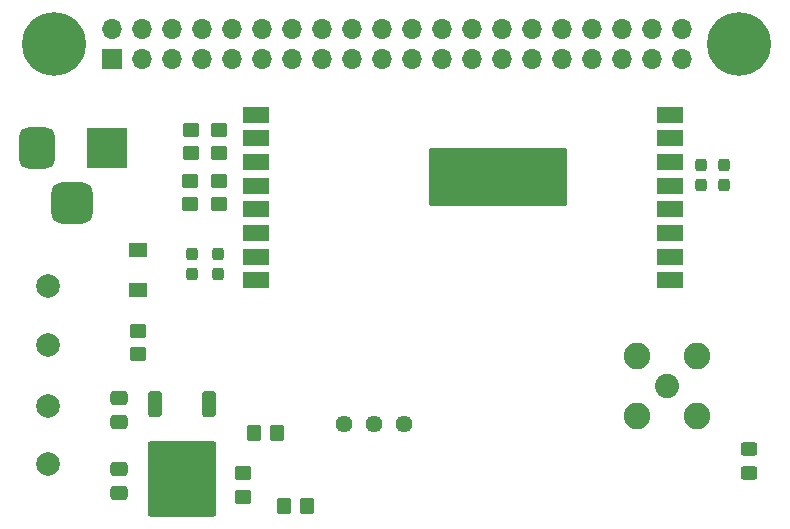
<source format=gbr>
G04 #@! TF.GenerationSoftware,KiCad,Pcbnew,7.0.9*
G04 #@! TF.CreationDate,2024-02-12T17:54:23+00:00*
G04 #@! TF.ProjectId,Radio HAT,52616469-6f20-4484-9154-2e6b69636164,v2*
G04 #@! TF.SameCoordinates,Original*
G04 #@! TF.FileFunction,Soldermask,Top*
G04 #@! TF.FilePolarity,Negative*
%FSLAX46Y46*%
G04 Gerber Fmt 4.6, Leading zero omitted, Abs format (unit mm)*
G04 Created by KiCad (PCBNEW 7.0.9) date 2024-02-12 17:54:23*
%MOMM*%
%LPD*%
G01*
G04 APERTURE LIST*
G04 Aperture macros list*
%AMRoundRect*
0 Rectangle with rounded corners*
0 $1 Rounding radius*
0 $2 $3 $4 $5 $6 $7 $8 $9 X,Y pos of 4 corners*
0 Add a 4 corners polygon primitive as box body*
4,1,4,$2,$3,$4,$5,$6,$7,$8,$9,$2,$3,0*
0 Add four circle primitives for the rounded corners*
1,1,$1+$1,$2,$3*
1,1,$1+$1,$4,$5*
1,1,$1+$1,$6,$7*
1,1,$1+$1,$8,$9*
0 Add four rect primitives between the rounded corners*
20,1,$1+$1,$2,$3,$4,$5,0*
20,1,$1+$1,$4,$5,$6,$7,0*
20,1,$1+$1,$6,$7,$8,$9,0*
20,1,$1+$1,$8,$9,$2,$3,0*%
G04 Aperture macros list end*
%ADD10RoundRect,0.250000X0.350000X0.450000X-0.350000X0.450000X-0.350000X-0.450000X0.350000X-0.450000X0*%
%ADD11RoundRect,0.250000X0.450000X-0.350000X0.450000X0.350000X-0.450000X0.350000X-0.450000X-0.350000X0*%
%ADD12C,2.000000*%
%ADD13C,1.440000*%
%ADD14RoundRect,0.250000X-0.475000X0.337500X-0.475000X-0.337500X0.475000X-0.337500X0.475000X0.337500X0*%
%ADD15RoundRect,0.237500X-0.237500X0.300000X-0.237500X-0.300000X0.237500X-0.300000X0.237500X0.300000X0*%
%ADD16RoundRect,0.237500X0.237500X-0.300000X0.237500X0.300000X-0.237500X0.300000X-0.237500X-0.300000X0*%
%ADD17RoundRect,0.250000X-0.450000X0.350000X-0.450000X-0.350000X0.450000X-0.350000X0.450000X0.350000X0*%
%ADD18C,2.050000*%
%ADD19C,2.250000*%
%ADD20RoundRect,0.250000X0.475000X-0.337500X0.475000X0.337500X-0.475000X0.337500X-0.475000X-0.337500X0*%
%ADD21C,0.800000*%
%ADD22C,5.400000*%
%ADD23R,1.700000X1.700000*%
%ADD24O,1.700000X1.700000*%
%ADD25RoundRect,0.250000X-0.350000X0.850000X-0.350000X-0.850000X0.350000X-0.850000X0.350000X0.850000X0*%
%ADD26RoundRect,0.249997X-2.650003X2.950003X-2.650003X-2.950003X2.650003X-2.950003X2.650003X2.950003X0*%
%ADD27RoundRect,0.063500X-1.000000X-0.650000X1.000000X-0.650000X1.000000X0.650000X-1.000000X0.650000X0*%
%ADD28RoundRect,0.063500X-5.750000X-2.350000X5.750000X-2.350000X5.750000X2.350000X-5.750000X2.350000X0*%
%ADD29R,3.500000X3.500000*%
%ADD30RoundRect,0.750000X-0.750000X-1.000000X0.750000X-1.000000X0.750000X1.000000X-0.750000X1.000000X0*%
%ADD31RoundRect,0.875000X-0.875000X-0.875000X0.875000X-0.875000X0.875000X0.875000X-0.875000X0.875000X0*%
%ADD32R,1.500000X1.250000*%
%ADD33RoundRect,0.250000X-0.350000X-0.450000X0.350000X-0.450000X0.350000X0.450000X-0.350000X0.450000X0*%
%ADD34RoundRect,0.250000X-0.450000X0.325000X-0.450000X-0.325000X0.450000X-0.325000X0.450000X0.325000X0*%
G04 APERTURE END LIST*
D10*
X127699524Y-142621000D03*
X125699524Y-142621000D03*
D11*
X113380524Y-129778000D03*
X113380524Y-127778000D03*
D12*
X105760524Y-134112000D03*
X105760524Y-139065000D03*
D11*
X122270524Y-141827000D03*
X122270524Y-139827000D03*
D13*
X130810000Y-135636000D03*
X133350000Y-135636000D03*
X135890000Y-135636000D03*
D11*
X120238524Y-117062000D03*
X120238524Y-115062000D03*
D14*
X111786044Y-133462500D03*
X111786044Y-135537500D03*
D15*
X117952524Y-121258500D03*
X117952524Y-122983500D03*
D16*
X161005524Y-115443000D03*
X161005524Y-113718000D03*
D17*
X117825524Y-110760000D03*
X117825524Y-112760000D03*
D18*
X158132044Y-132431000D03*
D19*
X155592044Y-129891000D03*
X155592044Y-134971000D03*
X160672044Y-129891000D03*
X160672044Y-134971000D03*
D20*
X111786044Y-141537500D03*
X111786044Y-139462500D03*
D21*
X162261044Y-103500000D03*
X162854153Y-102068109D03*
X162854153Y-104931891D03*
X164286044Y-101475000D03*
D22*
X164286044Y-103500000D03*
D21*
X164286044Y-105525000D03*
X165717935Y-102068109D03*
X165717935Y-104931891D03*
X166311044Y-103500000D03*
D23*
X111186044Y-104790000D03*
D24*
X111186044Y-102250000D03*
X113726044Y-104790000D03*
X113726044Y-102250000D03*
X116266044Y-104790000D03*
X116266044Y-102250000D03*
X118806044Y-104790000D03*
X118806044Y-102250000D03*
X121346044Y-104790000D03*
X121346044Y-102250000D03*
X123886044Y-104790000D03*
X123886044Y-102250000D03*
X126426044Y-104790000D03*
X126426044Y-102250000D03*
X128966044Y-104790000D03*
X128966044Y-102250000D03*
X131506044Y-104790000D03*
X131506044Y-102250000D03*
X134046044Y-104790000D03*
X134046044Y-102250000D03*
X136586044Y-104790000D03*
X136586044Y-102250000D03*
X139126044Y-104790000D03*
X139126044Y-102250000D03*
X141666044Y-104790000D03*
X141666044Y-102250000D03*
X144206044Y-104790000D03*
X144206044Y-102250000D03*
X146746044Y-104790000D03*
X146746044Y-102250000D03*
X149286044Y-104790000D03*
X149286044Y-102250000D03*
X151826044Y-104790000D03*
X151826044Y-102250000D03*
X154366044Y-104790000D03*
X154366044Y-102250000D03*
X156906044Y-104790000D03*
X156906044Y-102250000D03*
X159446044Y-104790000D03*
X159446044Y-102250000D03*
D25*
X119346044Y-134000000D03*
D26*
X117066044Y-140300000D03*
D25*
X114786044Y-134000000D03*
D11*
X117738524Y-117062000D03*
X117738524Y-115062000D03*
X120192800Y-112744000D03*
X120192800Y-110744000D03*
D27*
X158386044Y-123500000D03*
X158386044Y-121500000D03*
X158386044Y-119500000D03*
X158386044Y-117500000D03*
X158386044Y-115500000D03*
X158386044Y-113500000D03*
X158386044Y-111500000D03*
X158386044Y-109500000D03*
X123386044Y-109500000D03*
X123386044Y-111500000D03*
X123386044Y-113500000D03*
X123386044Y-115500000D03*
X123386044Y-117500000D03*
X123386044Y-119500000D03*
X123386044Y-121500000D03*
X123386044Y-123500000D03*
D28*
X143818544Y-114750000D03*
D29*
X110786044Y-112300000D03*
D30*
X104786044Y-112300000D03*
D31*
X107786044Y-117000000D03*
D16*
X163005524Y-115443000D03*
X163005524Y-113718000D03*
D32*
X113380524Y-124354000D03*
X113380524Y-120904000D03*
D33*
X123159524Y-136398000D03*
X125159524Y-136398000D03*
D34*
X165069524Y-137795000D03*
X165069524Y-139845000D03*
D12*
X105786044Y-123952000D03*
D15*
X120111524Y-121285000D03*
X120111524Y-123010000D03*
D12*
X105786044Y-129000000D03*
D21*
X104261044Y-103500000D03*
X104854153Y-102068109D03*
X104854153Y-104931891D03*
X106286044Y-101475000D03*
D22*
X106286044Y-103500000D03*
D21*
X106286044Y-105525000D03*
X107717935Y-102068109D03*
X107717935Y-104931891D03*
X108311044Y-103500000D03*
M02*

</source>
